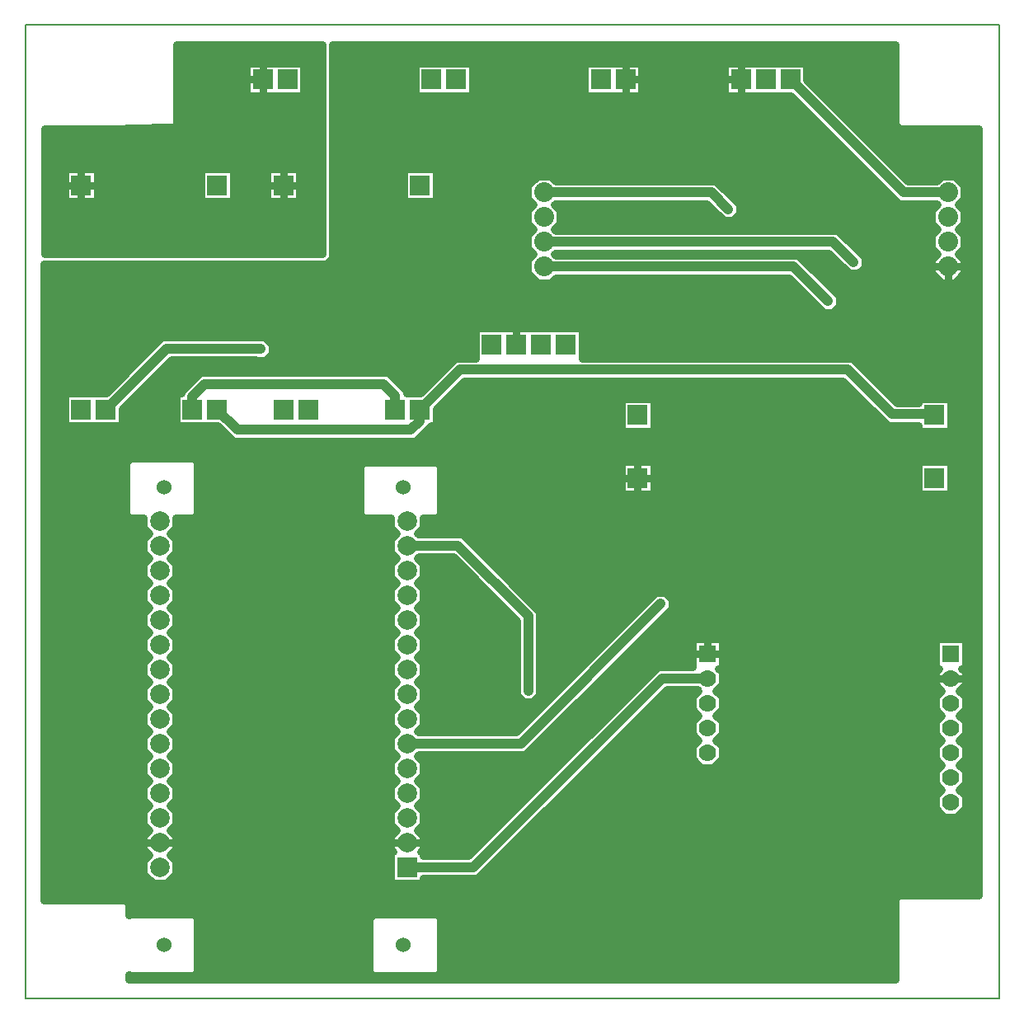
<source format=gbr>
G04 PROTEUS GERBER X2 FILE*
%TF.GenerationSoftware,Labcenter,Proteus,8.13-SP0-Build31525*%
%TF.CreationDate,2025-07-06T18:18:02+00:00*%
%TF.FileFunction,Copper,L2,Bot*%
%TF.FilePolarity,Positive*%
%TF.Part,Single*%
%TF.SameCoordinates,{7c6f6ce9-c7c3-4c68-b218-349a6216ac96}*%
%FSLAX45Y45*%
%MOMM*%
G01*
%TA.AperFunction,Conductor*%
%ADD11C,1.016000*%
%ADD10C,0.889000*%
%TA.AperFunction,ViaPad*%
%ADD12C,0.762000*%
%TA.AperFunction,Conductor*%
%ADD13C,0.762000*%
%TA.AperFunction,ComponentPad*%
%ADD14R,2.032000X2.032000*%
%TA.AperFunction,ComponentPad*%
%ADD15C,2.032000*%
%TA.AperFunction,ComponentPad*%
%ADD16R,2.000000X2.000000*%
%ADD17C,2.000000*%
%ADD18C,1.524000*%
%TA.AperFunction,ComponentPad*%
%ADD19R,1.778000X1.778000*%
%ADD70C,1.778000*%
%TA.AperFunction,Profile*%
%ADD71C,0.203200*%
%TD.AperFunction*%
G36*
X+3936500Y+3973698D02*
X+3973698Y+3936500D01*
X+4790000Y+3936500D01*
X+4790000Y-3936500D01*
X+3973698Y-3936500D01*
X+3936500Y-3973698D01*
X+3936500Y-4800000D01*
X-3936500Y-4800000D01*
X-3936500Y-4753302D01*
X-3926302Y-4763500D01*
X-3273698Y-4763500D01*
X-3236500Y-4726302D01*
X-3236500Y-4173698D01*
X-3273698Y-4136500D01*
X-3926302Y-4136500D01*
X-3936500Y-4146698D01*
X-3936500Y-4023698D01*
X-3973698Y-3986500D01*
X-4810000Y-3986500D01*
X-4810000Y+2548400D01*
X-1907916Y+2548400D01*
X-1848400Y+2607916D01*
X-1848400Y+4800000D01*
X+3936500Y+4800000D01*
X+3936500Y+3973698D01*
G37*
%LPC*%
G36*
X-736500Y-4173698D02*
X-736500Y-4726302D01*
X-773698Y-4763500D01*
X-1426302Y-4763500D01*
X-1463500Y-4726302D01*
X-1463500Y-4173698D01*
X-1426302Y-4136500D01*
X-773698Y-4136500D01*
X-736500Y-4173698D01*
G37*
G36*
X-3236500Y+506302D02*
X-3236500Y-26302D01*
X-3273698Y-63500D01*
X-3456501Y-63500D01*
X-3456501Y-163724D01*
X-3515777Y-223000D01*
X-3456501Y-282276D01*
X-3456501Y-417724D01*
X-3515777Y-477000D01*
X-3456501Y-536276D01*
X-3456501Y-671724D01*
X-3515777Y-731000D01*
X-3456501Y-790276D01*
X-3456501Y-925724D01*
X-3515777Y-985000D01*
X-3456501Y-1044276D01*
X-3456501Y-1179724D01*
X-3515777Y-1239000D01*
X-3456501Y-1298276D01*
X-3456501Y-1433724D01*
X-3515777Y-1493000D01*
X-3456501Y-1552276D01*
X-3456501Y-1687724D01*
X-3515777Y-1747000D01*
X-3456501Y-1806276D01*
X-3456501Y-1941724D01*
X-3515777Y-2001000D01*
X-3456501Y-2060276D01*
X-3456501Y-2195724D01*
X-3515777Y-2255000D01*
X-3456501Y-2314276D01*
X-3456501Y-2449724D01*
X-3515777Y-2509000D01*
X-3456501Y-2568276D01*
X-3456501Y-2703724D01*
X-3515777Y-2763000D01*
X-3456501Y-2822276D01*
X-3456501Y-2957724D01*
X-3515777Y-3017000D01*
X-3456501Y-3076276D01*
X-3456501Y-3211724D01*
X-3515777Y-3271000D01*
X-3456501Y-3330276D01*
X-3456501Y-3465724D01*
X-3515777Y-3525000D01*
X-3456501Y-3584276D01*
X-3456501Y-3719724D01*
X-3552276Y-3815499D01*
X-3687724Y-3815499D01*
X-3783499Y-3719724D01*
X-3783499Y-3584276D01*
X-3724223Y-3525000D01*
X-3783499Y-3465724D01*
X-3783499Y-3330276D01*
X-3724223Y-3271000D01*
X-3783499Y-3211724D01*
X-3783499Y-3076276D01*
X-3724223Y-3017000D01*
X-3783499Y-2957724D01*
X-3783499Y-2822276D01*
X-3724223Y-2763000D01*
X-3783499Y-2703724D01*
X-3783499Y-2568276D01*
X-3724223Y-2509000D01*
X-3783499Y-2449724D01*
X-3783499Y-2314276D01*
X-3724223Y-2255000D01*
X-3783499Y-2195724D01*
X-3783499Y-2060276D01*
X-3724223Y-2001000D01*
X-3783499Y-1941724D01*
X-3783499Y-1806276D01*
X-3724223Y-1747000D01*
X-3783499Y-1687724D01*
X-3783499Y-1552276D01*
X-3724223Y-1493000D01*
X-3783499Y-1433724D01*
X-3783499Y-1298276D01*
X-3724223Y-1239000D01*
X-3783499Y-1179724D01*
X-3783499Y-1044276D01*
X-3724223Y-985000D01*
X-3783499Y-925724D01*
X-3783499Y-790276D01*
X-3724223Y-731000D01*
X-3783499Y-671724D01*
X-3783499Y-536276D01*
X-3724223Y-477000D01*
X-3783499Y-417724D01*
X-3783499Y-282276D01*
X-3724223Y-223000D01*
X-3783499Y-163724D01*
X-3783499Y-63500D01*
X-3926302Y-63500D01*
X-3963500Y-26302D01*
X-3963500Y+506302D01*
X-3926302Y+543500D01*
X-3273698Y+543500D01*
X-3236500Y+506302D01*
G37*
G36*
X-736500Y+466302D02*
X-736500Y-26302D01*
X-773698Y-63500D01*
X-916501Y-63500D01*
X-916501Y-163724D01*
X-975777Y-223000D01*
X-963076Y-235701D01*
X-512658Y-235700D01*
X+277346Y-1025704D01*
X+277346Y-1884690D01*
X+210391Y-1951645D01*
X+115703Y-1951645D01*
X+48748Y-1884690D01*
X+48748Y-1120390D01*
X-607346Y-464296D01*
X-963075Y-464298D01*
X-975777Y-477000D01*
X-916501Y-536276D01*
X-916501Y-671724D01*
X-975777Y-731000D01*
X-916501Y-790276D01*
X-916501Y-925724D01*
X-975777Y-985000D01*
X-916501Y-1044276D01*
X-916501Y-1179724D01*
X-975777Y-1239000D01*
X-916501Y-1298276D01*
X-916501Y-1433724D01*
X-975777Y-1493000D01*
X-916501Y-1552276D01*
X-916501Y-1687724D01*
X-975777Y-1747000D01*
X-916501Y-1806276D01*
X-916501Y-1941724D01*
X-975777Y-2001000D01*
X-916501Y-2060276D01*
X-916501Y-2195724D01*
X-975777Y-2255000D01*
X-963076Y-2267701D01*
X+39264Y-2267701D01*
X+1474492Y-832473D01*
X+1569180Y-832473D01*
X+1636134Y-899427D01*
X+1636134Y-994115D01*
X+133950Y-2496299D01*
X-963076Y-2496299D01*
X-975777Y-2509000D01*
X-916501Y-2568276D01*
X-916501Y-2703724D01*
X-975777Y-2763000D01*
X-916501Y-2822276D01*
X-916501Y-2957724D01*
X-975777Y-3017000D01*
X-916501Y-3076276D01*
X-916501Y-3211724D01*
X-975777Y-3271000D01*
X-916501Y-3330276D01*
X-916501Y-3465724D01*
X-939278Y-3488501D01*
X-916501Y-3488501D01*
X-916501Y-3537701D01*
X-449343Y-3537701D01*
X+1492657Y-1595701D01*
X+1847601Y-1595701D01*
X+1847601Y-1303601D01*
X+2152399Y-1303601D01*
X+2152399Y-1608399D01*
X+2113924Y-1608399D01*
X+2152399Y-1646874D01*
X+2152399Y-1773126D01*
X+2088525Y-1837000D01*
X+2152399Y-1900874D01*
X+2152399Y-2027126D01*
X+2088525Y-2091000D01*
X+2152399Y-2154874D01*
X+2152399Y-2281126D01*
X+2088525Y-2345000D01*
X+2152399Y-2408874D01*
X+2152399Y-2535126D01*
X+2063126Y-2624399D01*
X+1936874Y-2624399D01*
X+1847601Y-2535126D01*
X+1847601Y-2408874D01*
X+1911475Y-2345000D01*
X+1847601Y-2281126D01*
X+1847601Y-2154874D01*
X+1911475Y-2091000D01*
X+1847601Y-2027126D01*
X+1847601Y-1900874D01*
X+1911475Y-1837000D01*
X+1898774Y-1824299D01*
X+1587343Y-1824299D01*
X-354657Y-3766299D01*
X-916501Y-3766299D01*
X-916501Y-3815499D01*
X-1243499Y-3815499D01*
X-1243499Y-3488501D01*
X-1220722Y-3488501D01*
X-1243499Y-3465724D01*
X-1243499Y-3330276D01*
X-1184223Y-3271000D01*
X-1243499Y-3211724D01*
X-1243499Y-3076276D01*
X-1184223Y-3017000D01*
X-1243499Y-2957724D01*
X-1243499Y-2822276D01*
X-1184223Y-2763000D01*
X-1243499Y-2703724D01*
X-1243499Y-2568276D01*
X-1184223Y-2509000D01*
X-1243499Y-2449724D01*
X-1243499Y-2314276D01*
X-1184223Y-2255000D01*
X-1243499Y-2195724D01*
X-1243499Y-2060276D01*
X-1184223Y-2001000D01*
X-1243499Y-1941724D01*
X-1243499Y-1806276D01*
X-1184223Y-1747000D01*
X-1243499Y-1687724D01*
X-1243499Y-1552276D01*
X-1184223Y-1493000D01*
X-1243499Y-1433724D01*
X-1243499Y-1298276D01*
X-1184223Y-1239000D01*
X-1243499Y-1179724D01*
X-1243499Y-1044276D01*
X-1184223Y-985000D01*
X-1243499Y-925724D01*
X-1243499Y-790276D01*
X-1184223Y-731000D01*
X-1243499Y-671724D01*
X-1243499Y-536276D01*
X-1184223Y-477000D01*
X-1243499Y-417724D01*
X-1243499Y-282276D01*
X-1184223Y-223000D01*
X-1243499Y-163724D01*
X-1243499Y-63500D01*
X-1526302Y-63500D01*
X-1563500Y-26302D01*
X-1563500Y+466302D01*
X-1526302Y+503500D01*
X-773698Y+503500D01*
X-736500Y+466302D01*
G37*
G36*
X-2538084Y+1784386D02*
X-2536231Y+1784386D01*
X-2469276Y+1717431D01*
X-2469276Y+1622743D01*
X-2536231Y+1555788D01*
X-2632771Y+1555789D01*
X-2638328Y+1561346D01*
X-3503012Y+1561346D01*
X-4010901Y+1053457D01*
X-4010901Y+884901D01*
X-4595099Y+884901D01*
X-4595099Y+1215099D01*
X-4172543Y+1215099D01*
X-3597698Y+1789944D01*
X-2543642Y+1789944D01*
X-2538084Y+1784386D01*
G37*
G36*
X+716099Y+1574298D02*
X+3490456Y+1574298D01*
X+3950062Y+1114692D01*
X+4169901Y+1114692D01*
X+4169901Y+1160099D01*
X+4500099Y+1160099D01*
X+4500099Y+829901D01*
X+4169901Y+829901D01*
X+4169901Y+886094D01*
X+3855376Y+886094D01*
X+3395768Y+1345702D01*
X-492656Y+1345702D01*
X-784901Y+1053457D01*
X-784901Y+884901D01*
X-835701Y+884901D01*
X-835701Y+883940D01*
X-993940Y+725701D01*
X-2867343Y+725701D01*
X-3026543Y+884901D01*
X-3449099Y+884901D01*
X-3449099Y+1215099D01*
X-3398299Y+1215099D01*
X-3398299Y+1233343D01*
X-3206391Y+1425251D01*
X-1273610Y+1425251D01*
X-1090572Y+1242213D01*
X-1090572Y+1215099D01*
X-946543Y+1215099D01*
X-587344Y+1574298D01*
X-376099Y+1574298D01*
X-376099Y+1885099D01*
X+716099Y+1885099D01*
X+716099Y+1574298D01*
G37*
G36*
X-784901Y+3515099D02*
X-784901Y+3184901D01*
X-1115099Y+3184901D01*
X-1115099Y+3515099D01*
X-784901Y+3515099D01*
G37*
G36*
X+1119901Y+1160099D02*
X+1450099Y+1160099D01*
X+1450099Y+829901D01*
X+1119901Y+829901D01*
X+1119901Y+1160099D01*
G37*
G36*
X+1119901Y+510099D02*
X+1450099Y+510099D01*
X+1450099Y+179901D01*
X+1119901Y+179901D01*
X+1119901Y+510099D01*
G37*
G36*
X+4169901Y+510099D02*
X+4500099Y+510099D01*
X+4500099Y+179901D01*
X+4169901Y+179901D01*
X+4169901Y+510099D01*
G37*
G36*
X+1329099Y+4274901D02*
X+744901Y+4274901D01*
X+744901Y+4605099D01*
X+1329099Y+4605099D01*
X+1329099Y+4274901D01*
G37*
G36*
X-410901Y+4274901D02*
X-995099Y+4274901D01*
X-995099Y+4605099D01*
X-410901Y+4605099D01*
X-410901Y+4274901D01*
G37*
G36*
X+444186Y+3395299D02*
X+2092562Y+3395299D01*
X+2332254Y+3155607D01*
X+2332254Y+3060919D01*
X+2265300Y+2993965D01*
X+2170612Y+2993965D01*
X+1997876Y+3166701D01*
X+444186Y+3166701D01*
X+431485Y+3154000D01*
X+490099Y+3095386D01*
X+490099Y+2958614D01*
X+431485Y+2900000D01*
X+444186Y+2887299D01*
X+3340986Y+2887299D01*
X+3618436Y+2609849D01*
X+3618436Y+2515161D01*
X+3551482Y+2448207D01*
X+3456794Y+2448207D01*
X+3246300Y+2658701D01*
X+444186Y+2658701D01*
X+431485Y+2646000D01*
X+444186Y+2633299D01*
X+2934667Y+2633298D01*
X+3356308Y+2211657D01*
X+3356308Y+2116969D01*
X+3289354Y+2050015D01*
X+3194666Y+2050015D01*
X+2839979Y+2404702D01*
X+444186Y+2404701D01*
X+393386Y+2353901D01*
X+256614Y+2353901D01*
X+159901Y+2450614D01*
X+159901Y+2587386D01*
X+218515Y+2646000D01*
X+159901Y+2704614D01*
X+159901Y+2841386D01*
X+218515Y+2900000D01*
X+159901Y+2958614D01*
X+159901Y+3095386D01*
X+218515Y+3154000D01*
X+159901Y+3212614D01*
X+159901Y+3349386D01*
X+256614Y+3446099D01*
X+393386Y+3446099D01*
X+444186Y+3395299D01*
G37*
G36*
X+3023099Y+4436543D02*
X+4064343Y+3395299D01*
X+4355814Y+3395299D01*
X+4406614Y+3446099D01*
X+4543386Y+3446099D01*
X+4640099Y+3349386D01*
X+4640099Y+3212614D01*
X+4581485Y+3154000D01*
X+4640099Y+3095386D01*
X+4640099Y+2958614D01*
X+4581485Y+2900000D01*
X+4640099Y+2841386D01*
X+4640099Y+2704614D01*
X+4581485Y+2646000D01*
X+4640099Y+2587386D01*
X+4640099Y+2450614D01*
X+4543386Y+2353901D01*
X+4406614Y+2353901D01*
X+4309901Y+2450614D01*
X+4309901Y+2587386D01*
X+4368515Y+2646000D01*
X+4309901Y+2704614D01*
X+4309901Y+2841386D01*
X+4368515Y+2900000D01*
X+4309901Y+2958614D01*
X+4309901Y+3095386D01*
X+4368515Y+3154000D01*
X+4355814Y+3166701D01*
X+3969657Y+3166701D01*
X+2861457Y+4274901D01*
X+2184901Y+4274901D01*
X+2184901Y+4605099D01*
X+3023099Y+4605099D01*
X+3023099Y+4436543D01*
G37*
G36*
X+4652399Y-1608399D02*
X+4613924Y-1608399D01*
X+4652399Y-1646874D01*
X+4652399Y-1773126D01*
X+4588525Y-1837000D01*
X+4652399Y-1900874D01*
X+4652399Y-2027126D01*
X+4588525Y-2091000D01*
X+4652399Y-2154874D01*
X+4652399Y-2281126D01*
X+4588525Y-2345000D01*
X+4652399Y-2408874D01*
X+4652399Y-2535126D01*
X+4588525Y-2599000D01*
X+4652399Y-2662874D01*
X+4652399Y-2789126D01*
X+4588525Y-2853000D01*
X+4652399Y-2916874D01*
X+4652399Y-3043126D01*
X+4563126Y-3132399D01*
X+4436874Y-3132399D01*
X+4347601Y-3043126D01*
X+4347601Y-2916874D01*
X+4411475Y-2853000D01*
X+4347601Y-2789126D01*
X+4347601Y-2662874D01*
X+4411475Y-2599000D01*
X+4347601Y-2535126D01*
X+4347601Y-2408874D01*
X+4411475Y-2345000D01*
X+4347601Y-2281126D01*
X+4347601Y-2154874D01*
X+4411475Y-2091000D01*
X+4347601Y-2027126D01*
X+4347601Y-1900874D01*
X+4411475Y-1837000D01*
X+4347601Y-1773126D01*
X+4347601Y-1646874D01*
X+4386076Y-1608399D01*
X+4347601Y-1608399D01*
X+4347601Y-1303601D01*
X+4652399Y-1303601D01*
X+4652399Y-1608399D01*
G37*
%LPD*%
G36*
X-1950000Y+2650000D02*
X-4800000Y+2650000D01*
X-4800000Y+3936500D01*
X-3973698Y+3936500D01*
X-3965352Y+3944846D01*
X-3450000Y+3950000D01*
X-3450000Y+4800000D01*
X-1950000Y+4800000D01*
X-1950000Y+2650000D01*
G37*
%LPC*%
G36*
X-2144901Y+4274901D02*
X-2729099Y+4274901D01*
X-2729099Y+4605099D01*
X-2144901Y+4605099D01*
X-2144901Y+4274901D01*
G37*
G36*
X-2864901Y+3515099D02*
X-2864901Y+3184901D01*
X-3195099Y+3184901D01*
X-3195099Y+3515099D01*
X-2864901Y+3515099D01*
G37*
G36*
X-4264901Y+3515099D02*
X-4264901Y+3184901D01*
X-4595099Y+3184901D01*
X-4595099Y+3515099D01*
X-4264901Y+3515099D01*
G37*
G36*
X-2184901Y+3515099D02*
X-2184901Y+3184901D01*
X-2515099Y+3184901D01*
X-2515099Y+3515099D01*
X-2184901Y+3515099D01*
G37*
%LPD*%
D11*
X-1204590Y+1050590D02*
X-1204000Y+1050000D01*
X+2858000Y+4440000D02*
X+4017000Y+3281000D01*
X+4475000Y+3281000D01*
D10*
X-1204871Y+1051007D02*
X-1204590Y+1050682D01*
X-1204000Y+1050000D01*
X-1204590Y+1050590D02*
X-1204590Y+1050682D01*
D11*
X-1204871Y+1051007D02*
X-1204871Y+1050871D01*
X-1204590Y+1050590D01*
X-4176000Y+1050000D02*
X-3550355Y+1675645D01*
X-2590985Y+1675645D01*
X-2585427Y+1670087D01*
X-2583575Y+1670087D01*
D10*
X-1204871Y+1053266D02*
X-1204590Y+1052985D01*
X-1204229Y+1052624D01*
X-1204000Y+1052395D01*
X-1204000Y+1050000D01*
X-1204871Y+1060000D02*
X-1204229Y+1052624D01*
X-1204000Y+1050000D01*
X-1204590Y+1050682D02*
X-1204590Y+1052985D01*
X-1204590Y+1059719D01*
X-1204871Y+1060000D01*
D11*
X-1204871Y+1053266D02*
X-1204871Y+1051007D01*
X-3284000Y+1050000D02*
X-3284000Y+1186000D01*
X-3159048Y+1310952D01*
X-1320953Y+1310952D01*
X-1204871Y+1194870D01*
X-1204871Y+1060000D01*
D10*
X-1204871Y+1053266D01*
D11*
X+325000Y+2773000D02*
X+3293643Y+2773000D01*
X+3504138Y+2562505D01*
X+325000Y+2519000D02*
X+2887323Y+2519000D01*
X+3242010Y+2164313D01*
X-3030000Y+1050000D02*
X-2820000Y+840000D01*
X-1041283Y+840000D01*
X-950000Y+931283D01*
X-950000Y+1050000D01*
X-540000Y+1460000D01*
X+3443112Y+1460000D01*
X+3902719Y+1000393D01*
X+4329607Y+1000393D01*
X+4335000Y+995000D01*
X+325000Y+3281000D02*
X+2045219Y+3281000D01*
X+2217956Y+3108263D01*
X+1521836Y-946771D02*
X+86607Y-2382000D01*
X-1080000Y-2382000D01*
X-1080000Y-350000D02*
X-560002Y-349998D01*
X+163047Y-1073047D01*
X+163047Y-1837346D01*
X-1080000Y-3652000D02*
X-402000Y-3652000D01*
X+1200000Y-2050000D01*
X+1540000Y-1710000D01*
X+2000000Y-1710000D01*
D12*
X-2583575Y+1670087D03*
X+3504138Y+2562505D03*
X+3242010Y+2164313D03*
X+2217956Y+3108263D03*
X+1521836Y-946771D03*
X+163047Y-1837346D03*
D13*
X+3936500Y+3973698D02*
X+3973698Y+3936500D01*
X+4790000Y+3936500D01*
X+4790000Y-3936500D01*
X+3973698Y-3936500D01*
X+3936500Y-3973698D01*
X+3936500Y-4800000D01*
X-3936500Y-4800000D01*
X-3936500Y-4753302D01*
X-3926302Y-4763500D01*
X-3273698Y-4763500D01*
X-3236500Y-4726302D01*
X-3236500Y-4173698D01*
X-3273698Y-4136500D01*
X-3926302Y-4136500D01*
X-3936500Y-4146698D01*
X-3936500Y-4023698D01*
X-3973698Y-3986500D01*
X-4810000Y-3986500D01*
X-4810000Y+2548400D01*
X-1907916Y+2548400D01*
X-1848400Y+2607916D01*
X-1848400Y+4800000D01*
X+3936500Y+4800000D01*
X+3936500Y+3973698D01*
X-736500Y-4173698D02*
X-736500Y-4726302D01*
X-773698Y-4763500D01*
X-1426302Y-4763500D01*
X-1463500Y-4726302D01*
X-1463500Y-4173698D01*
X-1426302Y-4136500D01*
X-773698Y-4136500D01*
X-736500Y-4173698D01*
X-3236500Y+506302D02*
X-3236500Y-26302D01*
X-3273698Y-63500D01*
X-3456501Y-63500D01*
X-3456501Y-163724D01*
X-3515777Y-223000D01*
X-3456501Y-282276D01*
X-3456501Y-417724D01*
X-3515777Y-477000D01*
X-3456501Y-536276D01*
X-3456501Y-671724D01*
X-3515777Y-731000D01*
X-3456501Y-790276D01*
X-3456501Y-925724D01*
X-3515777Y-985000D01*
X-3456501Y-1044276D01*
X-3456501Y-1179724D01*
X-3515777Y-1239000D01*
X-3456501Y-1298276D01*
X-3456501Y-1433724D01*
X-3515777Y-1493000D01*
X-3456501Y-1552276D01*
X-3456501Y-1687724D01*
X-3515777Y-1747000D01*
X-3456501Y-1806276D01*
X-3456501Y-1941724D01*
X-3515777Y-2001000D01*
X-3456501Y-2060276D01*
X-3456501Y-2195724D01*
X-3515777Y-2255000D01*
X-3456501Y-2314276D01*
X-3456501Y-2449724D01*
X-3515777Y-2509000D01*
X-3456501Y-2568276D01*
X-3456501Y-2703724D01*
X-3515777Y-2763000D01*
X-3456501Y-2822276D01*
X-3456501Y-2957724D01*
X-3515777Y-3017000D01*
X-3456501Y-3076276D01*
X-3456501Y-3211724D01*
X-3515777Y-3271000D01*
X-3456501Y-3330276D01*
X-3456501Y-3465724D01*
X-3515777Y-3525000D01*
X-3456501Y-3584276D01*
X-3456501Y-3719724D01*
X-3552276Y-3815499D01*
X-3687724Y-3815499D01*
X-3783499Y-3719724D01*
X-3783499Y-3584276D01*
X-3724223Y-3525000D01*
X-3783499Y-3465724D01*
X-3783499Y-3330276D01*
X-3724223Y-3271000D01*
X-3783499Y-3211724D01*
X-3783499Y-3076276D01*
X-3724223Y-3017000D01*
X-3783499Y-2957724D01*
X-3783499Y-2822276D01*
X-3724223Y-2763000D01*
X-3783499Y-2703724D01*
X-3783499Y-2568276D01*
X-3724223Y-2509000D01*
X-3783499Y-2449724D01*
X-3783499Y-2314276D01*
X-3724223Y-2255000D01*
X-3783499Y-2195724D01*
X-3783499Y-2060276D01*
X-3724223Y-2001000D01*
X-3783499Y-1941724D01*
X-3783499Y-1806276D01*
X-3724223Y-1747000D01*
X-3783499Y-1687724D01*
X-3783499Y-1552276D01*
X-3724223Y-1493000D01*
X-3783499Y-1433724D01*
X-3783499Y-1298276D01*
X-3724223Y-1239000D01*
X-3783499Y-1179724D01*
X-3783499Y-1044276D01*
X-3724223Y-985000D01*
X-3783499Y-925724D01*
X-3783499Y-790276D01*
X-3724223Y-731000D01*
X-3783499Y-671724D01*
X-3783499Y-536276D01*
X-3724223Y-477000D01*
X-3783499Y-417724D01*
X-3783499Y-282276D01*
X-3724223Y-223000D01*
X-3783499Y-163724D01*
X-3783499Y-63500D01*
X-3926302Y-63500D01*
X-3963500Y-26302D01*
X-3963500Y+506302D01*
X-3926302Y+543500D01*
X-3273698Y+543500D01*
X-3236500Y+506302D01*
X-736500Y+466302D02*
X-736500Y-26302D01*
X-773698Y-63500D01*
X-916501Y-63500D01*
X-916501Y-163724D01*
X-975777Y-223000D01*
X-963076Y-235701D01*
X-512658Y-235700D01*
X+277346Y-1025704D01*
X+277346Y-1884690D01*
X+210391Y-1951645D01*
X+115703Y-1951645D01*
X+48748Y-1884690D01*
X+48748Y-1120390D01*
X-607346Y-464296D01*
X-963075Y-464298D01*
X-975777Y-477000D01*
X-916501Y-536276D01*
X-916501Y-671724D01*
X-975777Y-731000D01*
X-916501Y-790276D01*
X-916501Y-925724D01*
X-975777Y-985000D01*
X-916501Y-1044276D01*
X-916501Y-1179724D01*
X-975777Y-1239000D01*
X-916501Y-1298276D01*
X-916501Y-1433724D01*
X-975777Y-1493000D01*
X-916501Y-1552276D01*
X-916501Y-1687724D01*
X-975777Y-1747000D01*
X-916501Y-1806276D01*
X-916501Y-1941724D01*
X-975777Y-2001000D01*
X-916501Y-2060276D01*
X-916501Y-2195724D01*
X-975777Y-2255000D01*
X-963076Y-2267701D01*
X+39264Y-2267701D01*
X+1474492Y-832473D01*
X+1569180Y-832473D01*
X+1636134Y-899427D01*
X+1636134Y-994115D01*
X+133950Y-2496299D01*
X-963076Y-2496299D01*
X-975777Y-2509000D01*
X-916501Y-2568276D01*
X-916501Y-2703724D01*
X-975777Y-2763000D01*
X-916501Y-2822276D01*
X-916501Y-2957724D01*
X-975777Y-3017000D01*
X-916501Y-3076276D01*
X-916501Y-3211724D01*
X-975777Y-3271000D01*
X-916501Y-3330276D01*
X-916501Y-3465724D01*
X-939278Y-3488501D01*
X-916501Y-3488501D01*
X-916501Y-3537701D01*
X-449343Y-3537701D01*
X+1492657Y-1595701D01*
X+1847601Y-1595701D01*
X+1847601Y-1303601D01*
X+2152399Y-1303601D01*
X+2152399Y-1608399D01*
X+2113924Y-1608399D01*
X+2152399Y-1646874D01*
X+2152399Y-1773126D01*
X+2088525Y-1837000D01*
X+2152399Y-1900874D01*
X+2152399Y-2027126D01*
X+2088525Y-2091000D01*
X+2152399Y-2154874D01*
X+2152399Y-2281126D01*
X+2088525Y-2345000D01*
X+2152399Y-2408874D01*
X+2152399Y-2535126D01*
X+2063126Y-2624399D01*
X+1936874Y-2624399D01*
X+1847601Y-2535126D01*
X+1847601Y-2408874D01*
X+1911475Y-2345000D01*
X+1847601Y-2281126D01*
X+1847601Y-2154874D01*
X+1911475Y-2091000D01*
X+1847601Y-2027126D01*
X+1847601Y-1900874D01*
X+1911475Y-1837000D01*
X+1898774Y-1824299D01*
X+1587343Y-1824299D01*
X-354657Y-3766299D01*
X-916501Y-3766299D01*
X-916501Y-3815499D01*
X-1243499Y-3815499D01*
X-1243499Y-3488501D01*
X-1220722Y-3488501D01*
X-1243499Y-3465724D01*
X-1243499Y-3330276D01*
X-1184223Y-3271000D01*
X-1243499Y-3211724D01*
X-1243499Y-3076276D01*
X-1184223Y-3017000D01*
X-1243499Y-2957724D01*
X-1243499Y-2822276D01*
X-1184223Y-2763000D01*
X-1243499Y-2703724D01*
X-1243499Y-2568276D01*
X-1184223Y-2509000D01*
X-1243499Y-2449724D01*
X-1243499Y-2314276D01*
X-1184223Y-2255000D01*
X-1243499Y-2195724D01*
X-1243499Y-2060276D01*
X-1184223Y-2001000D01*
X-1243499Y-1941724D01*
X-1243499Y-1806276D01*
X-1184223Y-1747000D01*
X-1243499Y-1687724D01*
X-1243499Y-1552276D01*
X-1184223Y-1493000D01*
X-1243499Y-1433724D01*
X-1243499Y-1298276D01*
X-1184223Y-1239000D01*
X-1243499Y-1179724D01*
X-1243499Y-1044276D01*
X-1184223Y-985000D01*
X-1243499Y-925724D01*
X-1243499Y-790276D01*
X-1184223Y-731000D01*
X-1243499Y-671724D01*
X-1243499Y-536276D01*
X-1184223Y-477000D01*
X-1243499Y-417724D01*
X-1243499Y-282276D01*
X-1184223Y-223000D01*
X-1243499Y-163724D01*
X-1243499Y-63500D01*
X-1526302Y-63500D01*
X-1563500Y-26302D01*
X-1563500Y+466302D01*
X-1526302Y+503500D01*
X-773698Y+503500D01*
X-736500Y+466302D01*
X-2538084Y+1784386D02*
X-2536231Y+1784386D01*
X-2469276Y+1717431D01*
X-2469276Y+1622743D01*
X-2536231Y+1555788D01*
X-2632771Y+1555789D01*
X-2638328Y+1561346D01*
X-3503012Y+1561346D01*
X-4010901Y+1053457D01*
X-4010901Y+884901D01*
X-4595099Y+884901D01*
X-4595099Y+1215099D01*
X-4172543Y+1215099D01*
X-3597698Y+1789944D01*
X-2543642Y+1789944D01*
X-2538084Y+1784386D01*
X+716099Y+1574298D02*
X+3490456Y+1574298D01*
X+3950062Y+1114692D01*
X+4169901Y+1114692D01*
X+4169901Y+1160099D01*
X+4500099Y+1160099D01*
X+4500099Y+829901D01*
X+4169901Y+829901D01*
X+4169901Y+886094D01*
X+3855376Y+886094D01*
X+3395768Y+1345702D01*
X-492656Y+1345702D01*
X-784901Y+1053457D01*
X-784901Y+884901D01*
X-835701Y+884901D01*
X-835701Y+883940D01*
X-993940Y+725701D01*
X-2867343Y+725701D01*
X-3026543Y+884901D01*
X-3449099Y+884901D01*
X-3449099Y+1215099D01*
X-3398299Y+1215099D01*
X-3398299Y+1233343D01*
X-3206391Y+1425251D01*
X-1273610Y+1425251D01*
X-1090572Y+1242213D01*
X-1090572Y+1215099D01*
X-946543Y+1215099D01*
X-587344Y+1574298D01*
X-376099Y+1574298D01*
X-376099Y+1885099D01*
X+716099Y+1885099D01*
X+716099Y+1574298D01*
X-784901Y+3515099D02*
X-784901Y+3184901D01*
X-1115099Y+3184901D01*
X-1115099Y+3515099D01*
X-784901Y+3515099D01*
X+1119901Y+1160099D02*
X+1450099Y+1160099D01*
X+1450099Y+829901D01*
X+1119901Y+829901D01*
X+1119901Y+1160099D01*
X+1119901Y+510099D02*
X+1450099Y+510099D01*
X+1450099Y+179901D01*
X+1119901Y+179901D01*
X+1119901Y+510099D01*
X+4169901Y+510099D02*
X+4500099Y+510099D01*
X+4500099Y+179901D01*
X+4169901Y+179901D01*
X+4169901Y+510099D01*
X+1329099Y+4274901D02*
X+744901Y+4274901D01*
X+744901Y+4605099D01*
X+1329099Y+4605099D01*
X+1329099Y+4274901D01*
X-410901Y+4274901D02*
X-995099Y+4274901D01*
X-995099Y+4605099D01*
X-410901Y+4605099D01*
X-410901Y+4274901D01*
X+444186Y+3395299D02*
X+2092562Y+3395299D01*
X+2332254Y+3155607D01*
X+2332254Y+3060919D01*
X+2265300Y+2993965D01*
X+2170612Y+2993965D01*
X+1997876Y+3166701D01*
X+444186Y+3166701D01*
X+431485Y+3154000D01*
X+490099Y+3095386D01*
X+490099Y+2958614D01*
X+431485Y+2900000D01*
X+444186Y+2887299D01*
X+3340986Y+2887299D01*
X+3618436Y+2609849D01*
X+3618436Y+2515161D01*
X+3551482Y+2448207D01*
X+3456794Y+2448207D01*
X+3246300Y+2658701D01*
X+444186Y+2658701D01*
X+431485Y+2646000D01*
X+444186Y+2633299D01*
X+2934667Y+2633298D01*
X+3356308Y+2211657D01*
X+3356308Y+2116969D01*
X+3289354Y+2050015D01*
X+3194666Y+2050015D01*
X+2839979Y+2404702D01*
X+444186Y+2404701D01*
X+393386Y+2353901D01*
X+256614Y+2353901D01*
X+159901Y+2450614D01*
X+159901Y+2587386D01*
X+218515Y+2646000D01*
X+159901Y+2704614D01*
X+159901Y+2841386D01*
X+218515Y+2900000D01*
X+159901Y+2958614D01*
X+159901Y+3095386D01*
X+218515Y+3154000D01*
X+159901Y+3212614D01*
X+159901Y+3349386D01*
X+256614Y+3446099D01*
X+393386Y+3446099D01*
X+444186Y+3395299D01*
X+3023099Y+4436543D02*
X+4064343Y+3395299D01*
X+4355814Y+3395299D01*
X+4406614Y+3446099D01*
X+4543386Y+3446099D01*
X+4640099Y+3349386D01*
X+4640099Y+3212614D01*
X+4581485Y+3154000D01*
X+4640099Y+3095386D01*
X+4640099Y+2958614D01*
X+4581485Y+2900000D01*
X+4640099Y+2841386D01*
X+4640099Y+2704614D01*
X+4581485Y+2646000D01*
X+4640099Y+2587386D01*
X+4640099Y+2450614D01*
X+4543386Y+2353901D01*
X+4406614Y+2353901D01*
X+4309901Y+2450614D01*
X+4309901Y+2587386D01*
X+4368515Y+2646000D01*
X+4309901Y+2704614D01*
X+4309901Y+2841386D01*
X+4368515Y+2900000D01*
X+4309901Y+2958614D01*
X+4309901Y+3095386D01*
X+4368515Y+3154000D01*
X+4355814Y+3166701D01*
X+3969657Y+3166701D01*
X+2861457Y+4274901D01*
X+2184901Y+4274901D01*
X+2184901Y+4605099D01*
X+3023099Y+4605099D01*
X+3023099Y+4436543D01*
X+4652399Y-1608399D02*
X+4613924Y-1608399D01*
X+4652399Y-1646874D01*
X+4652399Y-1773126D01*
X+4588525Y-1837000D01*
X+4652399Y-1900874D01*
X+4652399Y-2027126D01*
X+4588525Y-2091000D01*
X+4652399Y-2154874D01*
X+4652399Y-2281126D01*
X+4588525Y-2345000D01*
X+4652399Y-2408874D01*
X+4652399Y-2535126D01*
X+4588525Y-2599000D01*
X+4652399Y-2662874D01*
X+4652399Y-2789126D01*
X+4588525Y-2853000D01*
X+4652399Y-2916874D01*
X+4652399Y-3043126D01*
X+4563126Y-3132399D01*
X+4436874Y-3132399D01*
X+4347601Y-3043126D01*
X+4347601Y-2916874D01*
X+4411475Y-2853000D01*
X+4347601Y-2789126D01*
X+4347601Y-2662874D01*
X+4411475Y-2599000D01*
X+4347601Y-2535126D01*
X+4347601Y-2408874D01*
X+4411475Y-2345000D01*
X+4347601Y-2281126D01*
X+4347601Y-2154874D01*
X+4411475Y-2091000D01*
X+4347601Y-2027126D01*
X+4347601Y-1900874D01*
X+4411475Y-1837000D01*
X+4347601Y-1773126D01*
X+4347601Y-1646874D01*
X+4386076Y-1608399D01*
X+4347601Y-1608399D01*
X+4347601Y-1303601D01*
X+4652399Y-1303601D01*
X+4652399Y-1608399D01*
X+1119901Y+345000D02*
X+1285000Y+345000D01*
X+1450099Y+345000D02*
X+1285000Y+345000D01*
X+1285000Y+179901D02*
X+1285000Y+345000D01*
X+1285000Y+510099D02*
X+1285000Y+345000D01*
X+1329099Y+4440000D02*
X+1164000Y+4440000D01*
X+1164000Y+4274901D02*
X+1164000Y+4440000D01*
X+1164000Y+4605099D02*
X+1164000Y+4440000D01*
X+4309901Y+2519000D02*
X+4475000Y+2519000D01*
X+4640099Y+2519000D02*
X+4475000Y+2519000D01*
X+4475000Y+2353901D02*
X+4475000Y+2519000D01*
X+2184901Y+4440000D02*
X+2350000Y+4440000D01*
X+2350000Y+4605099D02*
X+2350000Y+4440000D01*
X+2350000Y+4274901D02*
X+2350000Y+4440000D01*
X-916501Y-3398000D02*
X-1080000Y-3398000D01*
X-1243499Y-3398000D02*
X-1080000Y-3398000D01*
X-3456501Y-3398000D02*
X-3620000Y-3398000D01*
X-3783499Y-3398000D02*
X-3620000Y-3398000D01*
X+43000Y+1885099D02*
X+43000Y+1720000D01*
X+2000000Y-1303601D02*
X+2000000Y-1456000D01*
X+1847601Y-1456000D02*
X+2000000Y-1456000D01*
X+2152399Y-1456000D02*
X+2000000Y-1456000D01*
X+4347601Y-1710000D02*
X+4500000Y-1710000D01*
X+4652399Y-1710000D02*
X+4500000Y-1710000D01*
X-1950000Y+2650000D02*
X-4800000Y+2650000D01*
X-4800000Y+3936500D01*
X-3973698Y+3936500D01*
X-3965352Y+3944846D01*
X-3450000Y+3950000D01*
X-3450000Y+4800000D01*
X-1950000Y+4800000D01*
X-1950000Y+2650000D01*
X-2144901Y+4274901D02*
X-2729099Y+4274901D01*
X-2729099Y+4605099D01*
X-2144901Y+4605099D01*
X-2144901Y+4274901D01*
X-2864901Y+3515099D02*
X-2864901Y+3184901D01*
X-3195099Y+3184901D01*
X-3195099Y+3515099D01*
X-2864901Y+3515099D01*
X-4264901Y+3515099D02*
X-4264901Y+3184901D01*
X-4595099Y+3184901D01*
X-4595099Y+3515099D01*
X-4264901Y+3515099D01*
X-2184901Y+3515099D02*
X-2184901Y+3184901D01*
X-2515099Y+3184901D01*
X-2515099Y+3515099D01*
X-2184901Y+3515099D01*
X-2729099Y+4440000D02*
X-2564000Y+4440000D01*
X-2564000Y+4605099D02*
X-2564000Y+4440000D01*
X-2564000Y+4274901D02*
X-2564000Y+4440000D01*
X-4430000Y+3515099D02*
X-4430000Y+3350000D01*
X-4430000Y+3184901D02*
X-4430000Y+3350000D01*
X-4595099Y+3350000D02*
X-4430000Y+3350000D01*
X-4264901Y+3350000D02*
X-4430000Y+3350000D01*
X-2350000Y+3515099D02*
X-2350000Y+3350000D01*
X-2350000Y+3184901D02*
X-2350000Y+3350000D01*
X-2515099Y+3350000D02*
X-2350000Y+3350000D01*
X-2184901Y+3350000D02*
X-2350000Y+3350000D01*
D14*
X-2310000Y+4440000D03*
X-2564000Y+4440000D03*
X-3030000Y+3350000D03*
X-4430000Y+3350000D03*
X-4430000Y+1050000D03*
X-4176000Y+1050000D03*
X-3284000Y+1050000D03*
X-3030000Y+1050000D03*
X-950000Y+3350000D03*
X-2350000Y+3350000D03*
X-2350000Y+1050000D03*
X-2096000Y+1050000D03*
X-1204000Y+1050000D03*
X-950000Y+1050000D03*
X+1285000Y+995000D03*
X+1285000Y+345000D03*
X+4335000Y+345000D03*
X+4335000Y+995000D03*
X+910000Y+4440000D03*
X+1164000Y+4440000D03*
X-830000Y+4440000D03*
X-576000Y+4440000D03*
D15*
X+325000Y+3281000D03*
X+325000Y+3027000D03*
X+325000Y+2773000D03*
X+325000Y+2519000D03*
X+4475000Y+2519000D03*
X+4475000Y+2773000D03*
X+4475000Y+3027000D03*
X+4475000Y+3281000D03*
D14*
X+2858000Y+4440000D03*
X+2604000Y+4440000D03*
X+2350000Y+4440000D03*
D16*
X-1080000Y-3652000D03*
D17*
X-1080000Y-3398000D03*
X-1080000Y-3144000D03*
X-1080000Y-2890000D03*
X-1080000Y-2636000D03*
X-1080000Y-2382000D03*
X-1080000Y-2128000D03*
X-1080000Y-1874000D03*
X-1080000Y-1620000D03*
X-1080000Y-1366000D03*
X-1080000Y-1112000D03*
X-1080000Y-858000D03*
X-1080000Y-604000D03*
X-1080000Y-350000D03*
X-1080000Y-96000D03*
X-3620000Y-96000D03*
X-3620000Y-350000D03*
X-3620000Y-604000D03*
X-3620000Y-858000D03*
X-3620000Y-1112000D03*
X-3620000Y-1366000D03*
X-3620000Y-1620000D03*
X-3620000Y-1874000D03*
X-3620000Y-2128000D03*
X-3620000Y-2382000D03*
X-3620000Y-2636000D03*
X-3620000Y-2890000D03*
X-3620000Y-3144000D03*
X-3620000Y-3398000D03*
X-3620000Y-3652000D03*
D18*
X-1122000Y+247000D03*
X-3573010Y+247000D03*
X-3573010Y-4447000D03*
X-1122000Y-4447000D03*
D14*
X-211000Y+1720000D03*
X+43000Y+1720000D03*
X+297000Y+1720000D03*
X+551000Y+1720000D03*
D19*
X+2000000Y-1456000D03*
D70*
X+2000000Y-1710000D03*
X+2000000Y-1964000D03*
X+2000000Y-2218000D03*
X+2000000Y-2472000D03*
X+4500000Y-2980000D03*
X+4500000Y-2726000D03*
X+4500000Y-2472000D03*
X+4500000Y-2218000D03*
X+4500000Y-1964000D03*
X+4500000Y-1710000D03*
D19*
X+4500000Y-1456000D03*
D71*
X-5000000Y-5000000D02*
X+5000000Y-5000000D01*
X+5000000Y+5000000D01*
X-5000000Y+5000000D01*
X-5000000Y-5000000D01*
M02*

</source>
